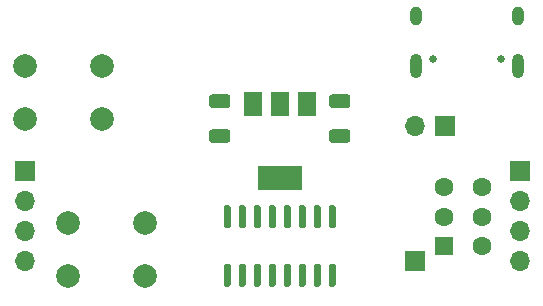
<source format=gbs>
%TF.GenerationSoftware,KiCad,Pcbnew,(5.1.9-0-10_14)*%
%TF.CreationDate,2021-03-22T14:16:12+08:00*%
%TF.ProjectId,Kernel,4b65726e-656c-42e6-9b69-6361645f7063,rev?*%
%TF.SameCoordinates,Original*%
%TF.FileFunction,Soldermask,Bot*%
%TF.FilePolarity,Negative*%
%FSLAX46Y46*%
G04 Gerber Fmt 4.6, Leading zero omitted, Abs format (unit mm)*
G04 Created by KiCad (PCBNEW (5.1.9-0-10_14)) date 2021-03-22 14:16:12*
%MOMM*%
%LPD*%
G01*
G04 APERTURE LIST*
%ADD10R,1.700000X1.700000*%
%ADD11R,1.500000X2.000000*%
%ADD12R,3.800000X2.000000*%
%ADD13O,1.000000X2.100000*%
%ADD14C,0.650000*%
%ADD15O,1.000000X1.600000*%
%ADD16O,1.700000X1.700000*%
%ADD17C,2.000000*%
%ADD18C,1.600000*%
%ADD19R,1.600000X1.600000*%
G04 APERTURE END LIST*
D10*
%TO.C,J5*%
X109220000Y-53340000D03*
%TD*%
D11*
%TO.C,U3*%
X95490000Y-40030000D03*
X100090000Y-40030000D03*
X97790000Y-40030000D03*
D12*
X97790000Y-46330000D03*
%TD*%
%TO.C,U2*%
G36*
G01*
X93195000Y-53570000D02*
X93495000Y-53570000D01*
G75*
G02*
X93645000Y-53720000I0J-150000D01*
G01*
X93645000Y-55370000D01*
G75*
G02*
X93495000Y-55520000I-150000J0D01*
G01*
X93195000Y-55520000D01*
G75*
G02*
X93045000Y-55370000I0J150000D01*
G01*
X93045000Y-53720000D01*
G75*
G02*
X93195000Y-53570000I150000J0D01*
G01*
G37*
G36*
G01*
X94465000Y-53570000D02*
X94765000Y-53570000D01*
G75*
G02*
X94915000Y-53720000I0J-150000D01*
G01*
X94915000Y-55370000D01*
G75*
G02*
X94765000Y-55520000I-150000J0D01*
G01*
X94465000Y-55520000D01*
G75*
G02*
X94315000Y-55370000I0J150000D01*
G01*
X94315000Y-53720000D01*
G75*
G02*
X94465000Y-53570000I150000J0D01*
G01*
G37*
G36*
G01*
X95735000Y-53570000D02*
X96035000Y-53570000D01*
G75*
G02*
X96185000Y-53720000I0J-150000D01*
G01*
X96185000Y-55370000D01*
G75*
G02*
X96035000Y-55520000I-150000J0D01*
G01*
X95735000Y-55520000D01*
G75*
G02*
X95585000Y-55370000I0J150000D01*
G01*
X95585000Y-53720000D01*
G75*
G02*
X95735000Y-53570000I150000J0D01*
G01*
G37*
G36*
G01*
X97005000Y-53570000D02*
X97305000Y-53570000D01*
G75*
G02*
X97455000Y-53720000I0J-150000D01*
G01*
X97455000Y-55370000D01*
G75*
G02*
X97305000Y-55520000I-150000J0D01*
G01*
X97005000Y-55520000D01*
G75*
G02*
X96855000Y-55370000I0J150000D01*
G01*
X96855000Y-53720000D01*
G75*
G02*
X97005000Y-53570000I150000J0D01*
G01*
G37*
G36*
G01*
X98275000Y-53570000D02*
X98575000Y-53570000D01*
G75*
G02*
X98725000Y-53720000I0J-150000D01*
G01*
X98725000Y-55370000D01*
G75*
G02*
X98575000Y-55520000I-150000J0D01*
G01*
X98275000Y-55520000D01*
G75*
G02*
X98125000Y-55370000I0J150000D01*
G01*
X98125000Y-53720000D01*
G75*
G02*
X98275000Y-53570000I150000J0D01*
G01*
G37*
G36*
G01*
X99545000Y-53570000D02*
X99845000Y-53570000D01*
G75*
G02*
X99995000Y-53720000I0J-150000D01*
G01*
X99995000Y-55370000D01*
G75*
G02*
X99845000Y-55520000I-150000J0D01*
G01*
X99545000Y-55520000D01*
G75*
G02*
X99395000Y-55370000I0J150000D01*
G01*
X99395000Y-53720000D01*
G75*
G02*
X99545000Y-53570000I150000J0D01*
G01*
G37*
G36*
G01*
X100815000Y-53570000D02*
X101115000Y-53570000D01*
G75*
G02*
X101265000Y-53720000I0J-150000D01*
G01*
X101265000Y-55370000D01*
G75*
G02*
X101115000Y-55520000I-150000J0D01*
G01*
X100815000Y-55520000D01*
G75*
G02*
X100665000Y-55370000I0J150000D01*
G01*
X100665000Y-53720000D01*
G75*
G02*
X100815000Y-53570000I150000J0D01*
G01*
G37*
G36*
G01*
X102085000Y-53570000D02*
X102385000Y-53570000D01*
G75*
G02*
X102535000Y-53720000I0J-150000D01*
G01*
X102535000Y-55370000D01*
G75*
G02*
X102385000Y-55520000I-150000J0D01*
G01*
X102085000Y-55520000D01*
G75*
G02*
X101935000Y-55370000I0J150000D01*
G01*
X101935000Y-53720000D01*
G75*
G02*
X102085000Y-53570000I150000J0D01*
G01*
G37*
G36*
G01*
X102085000Y-48620000D02*
X102385000Y-48620000D01*
G75*
G02*
X102535000Y-48770000I0J-150000D01*
G01*
X102535000Y-50420000D01*
G75*
G02*
X102385000Y-50570000I-150000J0D01*
G01*
X102085000Y-50570000D01*
G75*
G02*
X101935000Y-50420000I0J150000D01*
G01*
X101935000Y-48770000D01*
G75*
G02*
X102085000Y-48620000I150000J0D01*
G01*
G37*
G36*
G01*
X100815000Y-48620000D02*
X101115000Y-48620000D01*
G75*
G02*
X101265000Y-48770000I0J-150000D01*
G01*
X101265000Y-50420000D01*
G75*
G02*
X101115000Y-50570000I-150000J0D01*
G01*
X100815000Y-50570000D01*
G75*
G02*
X100665000Y-50420000I0J150000D01*
G01*
X100665000Y-48770000D01*
G75*
G02*
X100815000Y-48620000I150000J0D01*
G01*
G37*
G36*
G01*
X99545000Y-48620000D02*
X99845000Y-48620000D01*
G75*
G02*
X99995000Y-48770000I0J-150000D01*
G01*
X99995000Y-50420000D01*
G75*
G02*
X99845000Y-50570000I-150000J0D01*
G01*
X99545000Y-50570000D01*
G75*
G02*
X99395000Y-50420000I0J150000D01*
G01*
X99395000Y-48770000D01*
G75*
G02*
X99545000Y-48620000I150000J0D01*
G01*
G37*
G36*
G01*
X98275000Y-48620000D02*
X98575000Y-48620000D01*
G75*
G02*
X98725000Y-48770000I0J-150000D01*
G01*
X98725000Y-50420000D01*
G75*
G02*
X98575000Y-50570000I-150000J0D01*
G01*
X98275000Y-50570000D01*
G75*
G02*
X98125000Y-50420000I0J150000D01*
G01*
X98125000Y-48770000D01*
G75*
G02*
X98275000Y-48620000I150000J0D01*
G01*
G37*
G36*
G01*
X97005000Y-48620000D02*
X97305000Y-48620000D01*
G75*
G02*
X97455000Y-48770000I0J-150000D01*
G01*
X97455000Y-50420000D01*
G75*
G02*
X97305000Y-50570000I-150000J0D01*
G01*
X97005000Y-50570000D01*
G75*
G02*
X96855000Y-50420000I0J150000D01*
G01*
X96855000Y-48770000D01*
G75*
G02*
X97005000Y-48620000I150000J0D01*
G01*
G37*
G36*
G01*
X95735000Y-48620000D02*
X96035000Y-48620000D01*
G75*
G02*
X96185000Y-48770000I0J-150000D01*
G01*
X96185000Y-50420000D01*
G75*
G02*
X96035000Y-50570000I-150000J0D01*
G01*
X95735000Y-50570000D01*
G75*
G02*
X95585000Y-50420000I0J150000D01*
G01*
X95585000Y-48770000D01*
G75*
G02*
X95735000Y-48620000I150000J0D01*
G01*
G37*
G36*
G01*
X94465000Y-48620000D02*
X94765000Y-48620000D01*
G75*
G02*
X94915000Y-48770000I0J-150000D01*
G01*
X94915000Y-50420000D01*
G75*
G02*
X94765000Y-50570000I-150000J0D01*
G01*
X94465000Y-50570000D01*
G75*
G02*
X94315000Y-50420000I0J150000D01*
G01*
X94315000Y-48770000D01*
G75*
G02*
X94465000Y-48620000I150000J0D01*
G01*
G37*
G36*
G01*
X93195000Y-48620000D02*
X93495000Y-48620000D01*
G75*
G02*
X93645000Y-48770000I0J-150000D01*
G01*
X93645000Y-50420000D01*
G75*
G02*
X93495000Y-50570000I-150000J0D01*
G01*
X93195000Y-50570000D01*
G75*
G02*
X93045000Y-50420000I0J150000D01*
G01*
X93045000Y-48770000D01*
G75*
G02*
X93195000Y-48620000I150000J0D01*
G01*
G37*
%TD*%
D13*
%TO.C,J1*%
X109345000Y-36785000D03*
X117985000Y-36785000D03*
D14*
X116555000Y-36255000D03*
D15*
X117985000Y-32605000D03*
D14*
X110775000Y-36255000D03*
D15*
X109345000Y-32605000D03*
%TD*%
%TO.C,C3*%
G36*
G01*
X93360001Y-40375000D02*
X92059999Y-40375000D01*
G75*
G02*
X91810000Y-40125001I0J249999D01*
G01*
X91810000Y-39474999D01*
G75*
G02*
X92059999Y-39225000I249999J0D01*
G01*
X93360001Y-39225000D01*
G75*
G02*
X93610000Y-39474999I0J-249999D01*
G01*
X93610000Y-40125001D01*
G75*
G02*
X93360001Y-40375000I-249999J0D01*
G01*
G37*
G36*
G01*
X93360001Y-43325000D02*
X92059999Y-43325000D01*
G75*
G02*
X91810000Y-43075001I0J249999D01*
G01*
X91810000Y-42424999D01*
G75*
G02*
X92059999Y-42175000I249999J0D01*
G01*
X93360001Y-42175000D01*
G75*
G02*
X93610000Y-42424999I0J-249999D01*
G01*
X93610000Y-43075001D01*
G75*
G02*
X93360001Y-43325000I-249999J0D01*
G01*
G37*
%TD*%
%TO.C,C2*%
G36*
G01*
X102219999Y-42175000D02*
X103520001Y-42175000D01*
G75*
G02*
X103770000Y-42424999I0J-249999D01*
G01*
X103770000Y-43075001D01*
G75*
G02*
X103520001Y-43325000I-249999J0D01*
G01*
X102219999Y-43325000D01*
G75*
G02*
X101970000Y-43075001I0J249999D01*
G01*
X101970000Y-42424999D01*
G75*
G02*
X102219999Y-42175000I249999J0D01*
G01*
G37*
G36*
G01*
X102219999Y-39225000D02*
X103520001Y-39225000D01*
G75*
G02*
X103770000Y-39474999I0J-249999D01*
G01*
X103770000Y-40125001D01*
G75*
G02*
X103520001Y-40375000I-249999J0D01*
G01*
X102219999Y-40375000D01*
G75*
G02*
X101970000Y-40125001I0J249999D01*
G01*
X101970000Y-39474999D01*
G75*
G02*
X102219999Y-39225000I249999J0D01*
G01*
G37*
%TD*%
D16*
%TO.C,J4*%
X109220000Y-41910000D03*
D10*
X111760000Y-41910000D03*
%TD*%
D17*
%TO.C,SW3*%
X79860000Y-54610000D03*
X79860000Y-50110000D03*
X86360000Y-54610000D03*
X86360000Y-50110000D03*
%TD*%
%TO.C,SW2*%
X82700000Y-36830000D03*
X82700000Y-41330000D03*
X76200000Y-36830000D03*
X76200000Y-41330000D03*
%TD*%
D16*
%TO.C,J3*%
X118110000Y-53340000D03*
X118110000Y-50800000D03*
X118110000Y-48260000D03*
D10*
X118110000Y-45720000D03*
%TD*%
D16*
%TO.C,J2*%
X76200000Y-53340000D03*
X76200000Y-50800000D03*
X76200000Y-48260000D03*
D10*
X76200000Y-45720000D03*
%TD*%
D18*
%TO.C,SW1*%
X114935000Y-47070000D03*
X114935000Y-49570000D03*
X114935000Y-52070000D03*
X111735000Y-47070000D03*
X111735000Y-49570000D03*
D19*
X111735000Y-52070000D03*
%TD*%
M02*

</source>
